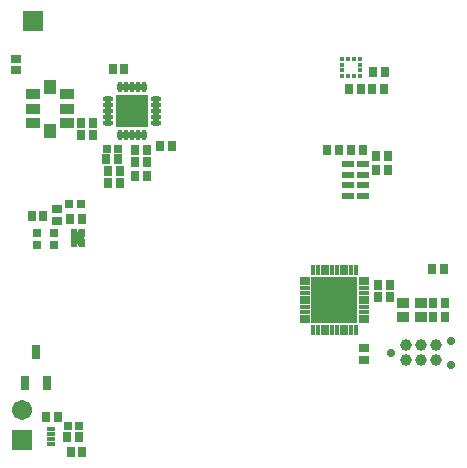
<source format=gts>
G04 Layer_Color=20142*
%FSLAX43Y43*%
%MOMM*%
G71*
G01*
G75*
%ADD34C,0.711*%
%ADD43R,0.803X0.903*%
%ADD44R,0.803X0.703*%
%ADD45R,0.803X1.203*%
%ADD46C,0.403*%
%ADD47P,1.108X4X270.0*%
%ADD48C,0.303*%
%ADD49R,0.903X0.803*%
%ADD50R,0.703X0.753*%
%ADD51R,1.003X0.603*%
%ADD52O,0.953X0.453*%
%ADD53O,0.453X0.953*%
%ADD54R,2.803X2.803*%
%ADD55R,1.203X0.903*%
%ADD56R,1.103X1.203*%
%ADD57R,3.903X3.903*%
%ADD58O,0.403X0.903*%
%ADD59O,0.903X0.403*%
%ADD60R,0.453X0.453*%
%ADD61R,1.003X0.903*%
%ADD62C,0.990*%
%ADD63C,1.703*%
%ADD64R,1.703X1.703*%
%ADD65R,1.703X1.703*%
%ADD66C,0.703*%
G36*
X30604Y23842D02*
X30617Y23840D01*
X30630Y23835D01*
X30642Y23830D01*
X30653Y23822D01*
X30663Y23813D01*
X30672Y23803D01*
X30680Y23792D01*
X30685Y23780D01*
X30690Y23767D01*
X30692Y23754D01*
X30693Y23741D01*
Y23241D01*
X30692Y23228D01*
X30690Y23215D01*
X30685Y23202D01*
X30680Y23190D01*
X30672Y23179D01*
X30663Y23169D01*
X30653Y23160D01*
X30642Y23152D01*
X30630Y23147D01*
X30617Y23142D01*
X30604Y23140D01*
X30591Y23139D01*
X30241D01*
X30228Y23140D01*
X30215Y23142D01*
X30202Y23147D01*
X30190Y23152D01*
X30179Y23160D01*
X30169Y23169D01*
X30160Y23179D01*
X30152Y23190D01*
X30147Y23202D01*
X30142Y23215D01*
X30140Y23228D01*
X30139Y23241D01*
Y23521D01*
X30140Y23534D01*
X30142Y23547D01*
X30146Y23558D01*
X30147Y23560D01*
X30152Y23572D01*
X30160Y23583D01*
X30169Y23593D01*
X30389Y23813D01*
X30399Y23822D01*
X30410Y23830D01*
X30422Y23835D01*
X30428Y23838D01*
X30435Y23840D01*
X30448Y23842D01*
X30461Y23843D01*
X30591D01*
X30604Y23842D01*
D02*
G37*
G36*
X29604Y23972D02*
X29617Y23970D01*
X29624Y23968D01*
X29630Y23965D01*
X29642Y23960D01*
X29653Y23952D01*
X29663Y23943D01*
X30013Y23593D01*
X30022Y23583D01*
X30030Y23572D01*
X30035Y23560D01*
X30040Y23547D01*
X30042Y23534D01*
X30043Y23521D01*
Y23241D01*
X30042Y23228D01*
X30040Y23215D01*
X30035Y23202D01*
X30030Y23190D01*
X30022Y23179D01*
X30013Y23169D01*
X30003Y23160D01*
X29992Y23152D01*
X29980Y23147D01*
X29967Y23142D01*
X29954Y23140D01*
X29941Y23139D01*
X29591D01*
X29578Y23140D01*
X29565Y23142D01*
X29552Y23147D01*
X29540Y23152D01*
X29529Y23160D01*
X29519Y23169D01*
X29510Y23179D01*
X29502Y23190D01*
X29497Y23202D01*
X29492Y23215D01*
X29490Y23228D01*
X29489Y23241D01*
Y23871D01*
X29490Y23884D01*
X29492Y23897D01*
X29495Y23907D01*
X29497Y23910D01*
X29502Y23922D01*
X29510Y23933D01*
X29519Y23943D01*
X29529Y23952D01*
X29540Y23960D01*
X29552Y23965D01*
X29555Y23967D01*
X29565Y23970D01*
X29578Y23972D01*
X29591Y23973D01*
X29604Y23972D01*
D02*
G37*
G36*
X30604Y24712D02*
X30617Y24710D01*
X30630Y24705D01*
X30642Y24700D01*
X30653Y24692D01*
X30663Y24683D01*
X30672Y24673D01*
X30680Y24662D01*
X30685Y24650D01*
X30690Y24637D01*
X30692Y24624D01*
X30693Y24611D01*
Y24111D01*
X30692Y24098D01*
X30690Y24085D01*
X30685Y24072D01*
X30680Y24060D01*
X30672Y24049D01*
X30663Y24039D01*
X30653Y24030D01*
X30642Y24022D01*
X30630Y24017D01*
X30617Y24012D01*
X30604Y24010D01*
X30591Y24009D01*
X30461D01*
X30448Y24010D01*
X30435Y24012D01*
X30424Y24016D01*
X30422Y24017D01*
X30410Y24022D01*
X30399Y24030D01*
X30389Y24039D01*
X30169Y24259D01*
X30160Y24269D01*
X30152Y24280D01*
X30147Y24292D01*
X30144Y24298D01*
X30142Y24305D01*
X30140Y24318D01*
X30139Y24331D01*
Y24611D01*
X30140Y24624D01*
X30142Y24637D01*
X30147Y24650D01*
X30152Y24662D01*
X30160Y24673D01*
X30169Y24683D01*
X30179Y24692D01*
X30190Y24700D01*
X30202Y24705D01*
X30215Y24710D01*
X30228Y24712D01*
X30241Y24713D01*
X30591D01*
X30604Y24712D01*
D02*
G37*
G36*
X29954D02*
X29967Y24710D01*
X29980Y24705D01*
X29992Y24700D01*
X30003Y24692D01*
X30013Y24683D01*
X30022Y24673D01*
X30030Y24662D01*
X30035Y24650D01*
X30040Y24637D01*
X30042Y24624D01*
X30043Y24611D01*
Y24331D01*
X30042Y24318D01*
X30040Y24305D01*
X30038Y24298D01*
X30035Y24292D01*
X30030Y24280D01*
X30022Y24269D01*
X30013Y24259D01*
X29793Y24039D01*
X29783Y24030D01*
X29772Y24022D01*
X29760Y24017D01*
X29757Y24015D01*
X29747Y24012D01*
X29734Y24010D01*
X29721Y24009D01*
X29591D01*
X29578Y24010D01*
X29565Y24012D01*
X29552Y24017D01*
X29540Y24022D01*
X29529Y24030D01*
X29519Y24039D01*
X29510Y24049D01*
X29502Y24060D01*
X29497Y24072D01*
X29492Y24085D01*
X29490Y24098D01*
X29489Y24111D01*
Y24611D01*
X29490Y24624D01*
X29492Y24637D01*
X29497Y24650D01*
X29502Y24662D01*
X29510Y24673D01*
X29519Y24683D01*
X29529Y24692D01*
X29540Y24700D01*
X29552Y24705D01*
X29565Y24710D01*
X29578Y24712D01*
X29591Y24713D01*
X29941D01*
X29954Y24712D01*
D02*
G37*
D34*
X56642Y14224D02*
D03*
X61722Y15240D02*
D03*
Y13208D02*
D03*
D43*
X29480Y5842D02*
D03*
X30480D02*
D03*
X30464Y25527D02*
D03*
X29464D02*
D03*
X28432Y8763D02*
D03*
X27432D02*
D03*
X34941Y31369D02*
D03*
X35941D02*
D03*
X30210Y7112D02*
D03*
X29210D02*
D03*
X52181Y31369D02*
D03*
X51181D02*
D03*
X54213D02*
D03*
X53213D02*
D03*
X33639Y29591D02*
D03*
X32639D02*
D03*
X35925Y29210D02*
D03*
X34925D02*
D03*
X33639Y28575D02*
D03*
X32639D02*
D03*
X38084Y31750D02*
D03*
X37084D02*
D03*
X33512Y30607D02*
D03*
X32512D02*
D03*
X55515Y19939D02*
D03*
X56515D02*
D03*
X55515Y18923D02*
D03*
X56515D02*
D03*
X26178Y25781D02*
D03*
X27178D02*
D03*
X56372Y30861D02*
D03*
X55372D02*
D03*
X56372Y29718D02*
D03*
X55372D02*
D03*
X31353Y32639D02*
D03*
X30353D02*
D03*
X33036Y38227D02*
D03*
X34036D02*
D03*
X31353Y33655D02*
D03*
X30353D02*
D03*
X35925Y30353D02*
D03*
X34925D02*
D03*
X55007Y36576D02*
D03*
X56007D02*
D03*
X54086D02*
D03*
X53086D02*
D03*
X56118Y37973D02*
D03*
X55118D02*
D03*
X61198Y17272D02*
D03*
X60198D02*
D03*
X61198Y18415D02*
D03*
X60198D02*
D03*
X60087Y21336D02*
D03*
X61087D02*
D03*
D44*
X29218Y8001D02*
D03*
X30218D02*
D03*
X29345Y26797D02*
D03*
X30345D02*
D03*
X32520Y31496D02*
D03*
X33520D02*
D03*
D45*
X25593Y11604D02*
D03*
X27493D02*
D03*
X26543Y14304D02*
D03*
D46*
X28013Y6512D02*
D03*
X27613D02*
D03*
X28013Y6912D02*
D03*
X27613D02*
D03*
X28013Y7312D02*
D03*
X27613D02*
D03*
X28013Y7712D02*
D03*
X27613D02*
D03*
D47*
X30091Y23926D02*
D03*
D48*
X29761Y23469D02*
D03*
X30421Y23443D02*
D03*
Y24358D02*
D03*
X29761Y24383D02*
D03*
D49*
X28321Y26400D02*
D03*
Y25400D02*
D03*
X54356Y14589D02*
D03*
Y13589D02*
D03*
X24892Y38116D02*
D03*
Y39116D02*
D03*
D50*
X26670Y23368D02*
D03*
X28070D02*
D03*
Y24318D02*
D03*
X26670D02*
D03*
D51*
X52944Y27479D02*
D03*
Y28379D02*
D03*
Y29279D02*
D03*
Y30179D02*
D03*
X54244Y27479D02*
D03*
Y28379D02*
D03*
Y29279D02*
D03*
Y30179D02*
D03*
D52*
X32646Y35671D02*
D03*
Y35171D02*
D03*
Y34671D02*
D03*
Y34171D02*
D03*
Y33671D02*
D03*
X36696D02*
D03*
Y34171D02*
D03*
Y34671D02*
D03*
Y35171D02*
D03*
Y35671D02*
D03*
D53*
X33671Y32646D02*
D03*
X34171D02*
D03*
X34671D02*
D03*
X35171D02*
D03*
X35671D02*
D03*
Y36696D02*
D03*
X35171D02*
D03*
X34671D02*
D03*
X34171D02*
D03*
X33671D02*
D03*
D54*
X34671Y34671D02*
D03*
D55*
X29156Y34874D02*
D03*
Y36074D02*
D03*
Y33674D02*
D03*
X26256D02*
D03*
Y34874D02*
D03*
Y36074D02*
D03*
D56*
X27706Y36674D02*
D03*
Y32974D02*
D03*
D57*
X51816Y18669D02*
D03*
D58*
X50016Y21169D02*
D03*
X50416D02*
D03*
X50816D02*
D03*
X51216D02*
D03*
X51616D02*
D03*
X52016D02*
D03*
X52416D02*
D03*
X52816D02*
D03*
X53216D02*
D03*
X53616D02*
D03*
Y16169D02*
D03*
X53216D02*
D03*
X52816D02*
D03*
X52416D02*
D03*
X52016D02*
D03*
X51616D02*
D03*
X51216D02*
D03*
X50816D02*
D03*
X50416D02*
D03*
X50016D02*
D03*
D59*
X54316Y20469D02*
D03*
Y20069D02*
D03*
Y19669D02*
D03*
Y19269D02*
D03*
Y18869D02*
D03*
Y18469D02*
D03*
Y18069D02*
D03*
Y17669D02*
D03*
Y17269D02*
D03*
Y16869D02*
D03*
X49316D02*
D03*
Y17269D02*
D03*
Y17669D02*
D03*
Y18069D02*
D03*
Y18469D02*
D03*
Y18869D02*
D03*
Y19269D02*
D03*
Y19669D02*
D03*
Y20069D02*
D03*
Y20469D02*
D03*
D60*
X53963Y37604D02*
D03*
X53463D02*
D03*
X52963D02*
D03*
X52463D02*
D03*
X53963Y38104D02*
D03*
X52463D02*
D03*
X53963Y38604D02*
D03*
X52463D02*
D03*
X53963Y39104D02*
D03*
X53463D02*
D03*
X52963D02*
D03*
X52463D02*
D03*
D61*
X57658Y18415D02*
D03*
X59158D02*
D03*
X57658Y17272D02*
D03*
X59158D02*
D03*
D62*
X57912Y13589D02*
D03*
X59182D02*
D03*
Y14859D02*
D03*
X60452Y13589D02*
D03*
Y14859D02*
D03*
X57912D02*
D03*
D63*
X25400Y9398D02*
D03*
D64*
Y6858D02*
D03*
D65*
X26289Y42291D02*
D03*
D66*
X34121Y35221D02*
D03*
X35221D02*
D03*
X34121Y34121D02*
D03*
X35221D02*
D03*
X52916Y17569D02*
D03*
X51816D02*
D03*
X50716D02*
D03*
X52916Y18669D02*
D03*
X51816D02*
D03*
X50716D02*
D03*
X52916Y19769D02*
D03*
X51816D02*
D03*
X50716D02*
D03*
M02*

</source>
